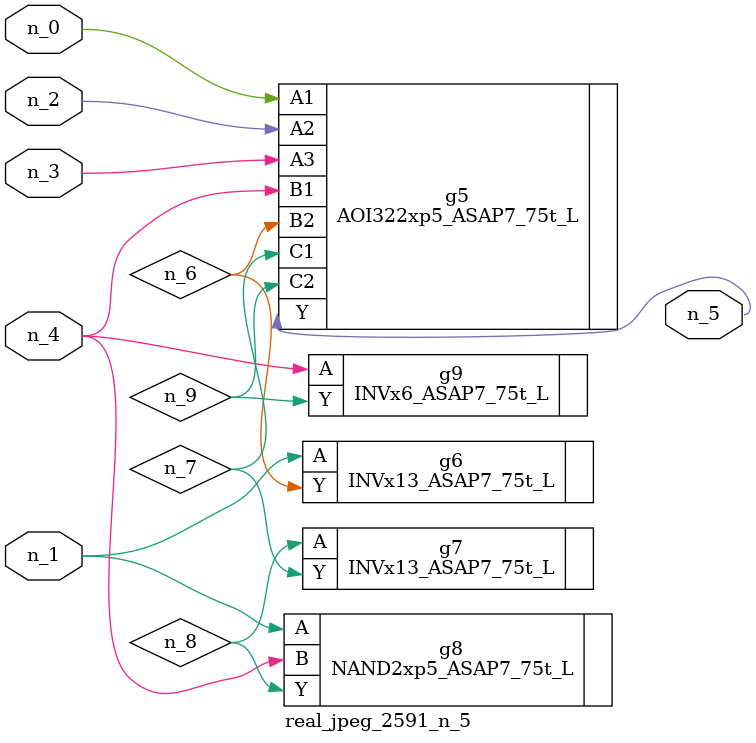
<source format=v>
module real_jpeg_2591_n_5 (n_4, n_0, n_1, n_2, n_3, n_5);

input n_4;
input n_0;
input n_1;
input n_2;
input n_3;

output n_5;

wire n_8;
wire n_6;
wire n_7;
wire n_9;

AOI322xp5_ASAP7_75t_L g5 ( 
.A1(n_0),
.A2(n_2),
.A3(n_3),
.B1(n_4),
.B2(n_6),
.C1(n_7),
.C2(n_9),
.Y(n_5)
);

INVx13_ASAP7_75t_L g6 ( 
.A(n_1),
.Y(n_6)
);

NAND2xp5_ASAP7_75t_L g8 ( 
.A(n_1),
.B(n_4),
.Y(n_8)
);

INVx6_ASAP7_75t_L g9 ( 
.A(n_4),
.Y(n_9)
);

INVx13_ASAP7_75t_L g7 ( 
.A(n_8),
.Y(n_7)
);


endmodule
</source>
